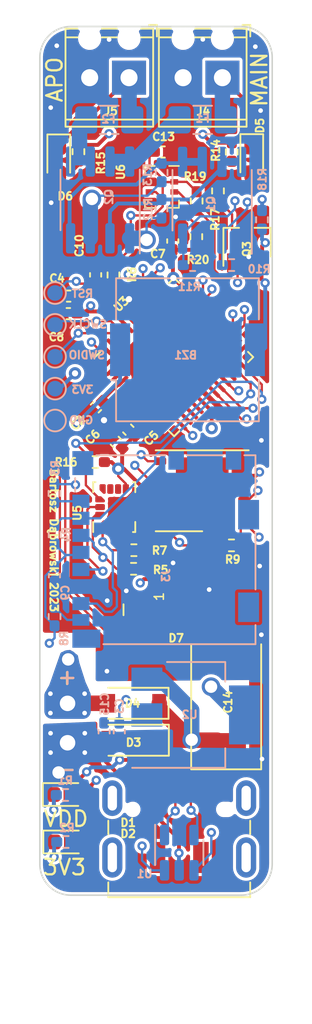
<source format=kicad_pcb>
(kicad_pcb (version 20211014) (generator pcbnew)
  (layers (0 "F.Cu" mixed) (1 "In1.Cu" signal) (2 "In2.Cu" power) (31 "B.Cu" mixed) (34 "B.Paste" user) (35 "F.Paste" user) (36 "B.SilkS" user "B.Silkscreen") (37 "F.SilkS" user "F.Silkscreen") (38 "B.Mask" user) (39 "F.Mask" user) (44 "Edge.Cuts" user))
  (net 0 "")
  (net 1 "GNDANA")
  (net 2 "VDDCORE")
  (net 3 "VDDANA")
  (net 4 "Net-(D1-Pad1)")
  (net 5 "Net-(D2-Pad1)")
  (net 6 "VBUS")
  (net 7 "+BATT")
  (net 8 "Net-(D5-Pad2)")
  (net 9 "AREF")
  (net 11 "Net-(P1-PadA6)")
  (net 12 "Net-(P1-PadA7)")
  (net 14 "P1_EN")
  (net 15 "Net-(U1-Pad4)")
  (net 16 "Net-(U1-Pad6)")
  (net 17 "DI")
  (net 18 "Net-(D5-Pad1)")
  (net 19 "Net-(D6-Pad1)")
  (net 20 "SDA")
  (net 21 "SCL")
  (net 22 "Net-(F1-Pad1)")
  (net 23 "Net-(F2-Pad1)")
  (net 24 "VMeas")
  (net 27 "A0")
  (net 30 "Net-(J3-Pad8)")
  (net 31 "MOSI")
  (net 32 "MISO")
  (net 37 "A3")
  (net 38 "A4")
  (net 39 "D3")
  (net 40 "RESET")
  (net 42 "SWCLK")
  (net 43 "SWDIO")
  (net 46 "Net-(D6-Pad2)")
  (net 49 "P2_EN")
  (net 51 "SCK")
  (net 52 "SPI_CS_SD")
  (net 53 "Net-(J3-Pad1)")
  (net 54 "FLASH_MOSI")
  (net 55 "SPI_CS_FLASH")
  (net 60 "SPI_CS_LSM")
  (net 61 "FLASH_SCK")
  (net 62 "Net-(BZ1-Pad2)")
  (net 63 "Buzzer")
  (net 64 "FLASH_MISO")
  (net 65 "CI")
  (net 66 "Net-(Q1-Pad5)")
  (net 67 "Net-(Q1-Pad7)")
  (net 70 "VDD")
  (footprint "LED_SMD:LED_0603_1608Metric_Pad1.05x0.95mm_HandSolder" (layer "F.Cu") (at 81.22 46.62 -90)
    (fp_text reference "D6")
    (fp_text value "LED")
  )
  (footprint "Capacitor_SMD:C_0402_1005Metric_Pad0.74x0.62mm_HandSolder" (layer "F.Cu") (at 81.86 55.38 180)
    (fp_text reference "C4")
    (fp_text value "1uF")
  )
  (footprint "TerminalBlock_Phoenix:TerminalBlock_Phoenix_MPT-0,5-2-2.54_1x02_P2.54mm_Horizontal" (layer "F.Cu") (at 85.755 41.3 180)
    (fp_text reference "J5")
    (fp_text value "Pyro 2")
  )
  (footprint "Resistor_SMD:R_0402_1005Metric_Pad0.72x0.64mm_HandSolder" (layer "F.Cu") (at 90.1 51.55 90)
    (fp_text reference "R20")
    (fp_text value "10k")
  )
  (footprint "Resistor_SMD:R_0402_1005Metric_Pad0.72x0.64mm_HandSolder" (layer "F.Cu") (at 83.57 66.08 180)
    (fp_text reference "R16")
    (fp_text value "100k")
  )
  (footprint "Capacitor_SMD:C_0402_1005Metric_Pad0.74x0.62mm_HandSolder" (layer "F.Cu") (at 83.6 54.01 90)
    (fp_text reference "C10")
    (fp_text value "100nF")
  )
  (footprint "Package_LGA:Bosch_LGA-8_2x2.5mm_P0.65mm_ClockwisePinNumbering" (layer "F.Cu") (at 87.88 48.34 -90)
    (fp_text reference "U6")
    (fp_text value "BMP280")
  )
  (footprint "Diode_SMD:D_SOD-123" (layer "F.Cu") (at 86.077857 84.01 180)
    (fp_text reference "D3")
    (fp_text value "D_Schottky")
  )
  (footprint "Resistor_SMD:R_0402_1005Metric_Pad0.72x0.64mm_HandSolder" (layer "F.Cu") (at 90.12 49.25 -90)
    (fp_text reference "R19")
    (fp_text value "10k")
  )
  (footprint "Connector_USB:USB_C_Receptacle_JAE_DX07S016JA1R1500" (layer "F.Cu") (at 88.997857 90.42)
    (fp_text reference "P1" hide)
    (fp_text value "USB_C_Plug_USB2.0")
  )
  (footprint "Resistor_SMD:R_0402_1005Metric_Pad0.72x0.64mm_HandSolder" (layer "F.Cu") (at 92.39 46.09 -90)
    (fp_text reference "R14")
    (fp_text value "100k")
  )
  (footprint "Package_TO_SOT_SMD:TSOT-23" (layer "F.Cu") (at 93.36 51.93 90)
    (fp_text reference "Q3")
    (fp_text value "NDT3055L")
  )
  (footprint "LED_SMD:LED-APA102-2020" (layer "F.Cu") (at 86.8 76.45 -90)
    (fp_text reference "D7")
    (fp_text value "APA102-2020")
  )
  (footprint "Capacitor_Tantalum_SMD:CP_EIA-7343-31_Kemet-D" (layer "F.Cu") (at 92.027857 81.4775 90)
    (fp_text reference "C14")
    (fp_text value "220uF 16V")
  )
  (footprint "Connector_PinHeader_2.54mm:PinHeader_1x02_P2.54mm_Vertical" (layer "F.Cu") (at 81.787857 84.175 180)
    (fp_text reference "J1" hide)
    (fp_text value "Power in")
  )
  (footprint "LED_SMD:LED_0603_1608Metric" (layer "F.Cu") (at 81.707857 90.57)
    (fp_text reference "D2")
    (fp_text value "G")
  )
  (footprint "Resistor_SMD:R_0402_1005Metric_Pad0.72x0.64mm_HandSolder" (layer "F.Cu") (at 82.49 46.07 -90)
    (fp_text reference "R15")
    (fp_text value "100k")
  )
  (footprint "LED_SMD:LED_0603_1608Metric_Pad1.05x0.95mm_HandSolder" (layer "F.Cu") (at 93.68 46.6 -90)
    (fp_text reference "D5")
    (fp_text value "LED")
  )
  (footprint "Package_DFN_QFN:QFN-48-1EP_7x7mm_P0.5mm_EP5.15x5.15mm" (layer "F.Cu") (at 88.667832 59.31 45)
    (fp_text reference "U3")
    (fp_text value "ATSAMD21G18A-M")
  )
  (footprint "Diode_SMD:D_SOD-123" (layer "F.Cu") (at 86.057857 81.63 180)
    (fp_text reference "D4")
    (fp_text value "D_Schottky")
  )
  (footprint "TerminalBlock_Phoenix:TerminalBlock_Phoenix_MPT-0,5-2-2.54_1x02_P2.54mm_Horizontal" (layer "F.Cu") (at 91.785 41.3 180)
    (fp_text reference "J4")
    (fp_text value "Pyro 2")
  )
  (footprint "Capacitor_SMD:C_0402_1005Metric_Pad0.74x0.62mm_HandSolder" (layer "F.Cu") (at 87.95 46.09)
    (fp_text reference "C13")
    (fp_text value "100nF")
  )
  (footprint "Capacitor_SMD:C_0402_1005Metric_Pad0.74x0.62mm_HandSolder" (layer "F.Cu") (at 81.84 56.51 180)
    (fp_text reference "C8")
    (fp_text value "100nF")
  )
  (footprint "Capacitor_SMD:C_0402_1005Metric_Pad0.74x0.62mm_HandSolder" (layer "F.Cu") (at 88.58 51.83 90)
    (fp_text reference "C7")
    (fp_text value "100nF")
  )
  (footprint "Capacitor_SMD:C_0402_1005Metric_Pad0.74x0.62mm_HandSolder" (layer "F.Cu") (at 83.62 62.55 -135)
    (fp_text reference "C2")
    (fp_text value "1uF")
  )
  (footprint "Package_LGA:LGA-14_3x2.5mm_P0.5mm_LayoutBorder3x4y" (layer "F.Cu") (at 84.8 68.98 90)
    (fp_text reference "U5")
    (fp_text value "LSM6DS3")
  )
  (footprint "Resistor_SMD:R_0402_1005Metric_Pad0.72x0.64mm_HandSolder" (layer "F.Cu") (at 91.5 48.6 -90)
    (fp_text reference "R17")
    (fp_text value "10k")
  )
  (footprint "Resistor_SMD:R_0402_1005Metric_Pad0.72x0.64mm_HandSolder" (layer "F.Cu") (at 86.07 71.76)
    (fp_text reference "R7")
    (fp_text value "100k")
  )
  (footprint "Package_SON:WSON-8-1EP_6x5mm_P1.27mm_EP3.4x4.3mm" (layer "F.Cu") (at 90.48 67.93 180)
    (fp_text reference "U4" hide)
    (fp_text value "W25Q128JVS")
  )
  (footprint "Resistor_SMD:R_0402_1005Metric_Pad0.72x0.64mm_HandSolder" (layer "F.Cu") (at 92.37 71.45)
    (fp_text reference "R9")
    (fp_text value "100k")
  )
  (footprint "LED_SMD:LED_0603_1608Metric" (layer "F.Cu") (at 81.677857 87.51)
    (fp_text reference "D1")
    (fp_text value "G")
  )
  (footprint "Resistor_SMD:R_0402_1005Metric_Pad0.72x0.64mm_HandSolder" (layer "F.Cu") (at 86.05 72.96)
    (fp_text reference "R5")
    (fp_text value "100k")
  )
  (footprint "Capacitor_SMD:C_0402_1005Metric_Pad0.74x0.62mm_HandSolder" (layer "F.Cu") (at 84.91 64.78 135)
    (fp_text reference "C6")
    (fp_text value "100nF")
  )
  (footprint "Resistor_SMD:R_0402_1005Metric_Pad0.72x0.64mm_HandSolder" (layer "F.Cu") (at 84.75 54.02 -90)
    (fp_text reference "R6")
    (fp_text value "10k")
  )
  (footprint "Capacitor_SMD:C_0402_1005Metric_Pad0.74x0.62mm_HandSolder" (layer "F.Cu") (at 85.71 63.99 135)
    (fp_text reference "C5")
    (fp_text value "10uF")
  )
  (footprint "Package_TO_SOT_SMD:SOT-23-6" (layer "B.Cu") (at 88.997857 91.26 -90)
    (fp_text reference "U1")
    (fp_text value "USBLC6-2SC6")
  )
  (footprint "Package_TO_SOT_SMD:SOT-223-3_TabPin2" (layer "B.Cu") (at 90.06 82.38)
    (fp_text reference "U2")
    (fp_text value "3.3v REG")
  )
  (footprint "Package_SO:SOIC-8_3.9x4.9mm_P1.27mm" (layer "B.Cu") (at 91.12 49.2 90)
    (fp_text reference "Q1")
    (fp_text value "FDS9926A")
  )
  (footprint "Fuse:Fuse_1206_3216Metric_Pad1.42x1.75mm_HandSolder" (layer "B.Cu") (at 90.51 44.02)
    (fp_text reference "F1")
    (fp_text value "Polyfuse")
  )
  (footprint "Resistor_SMD:R_0402_1005Metric_Pad0.72x0.64mm_HandSolder" (layer "B.Cu") (at 94.34 50.46 90)
    (fp_text reference "R18")
    (fp_text value "1k")
  )
  (footprint "Resistor_SMD:R_0402_1005Metric_Pad0.72x0.64mm_HandSolder" (layer "B.Cu") (at 89.86 53.38 180)
    (fp_text reference "R11")
    (fp_text value "10k")
  )
  (footprint "TestPoint:TestPoint_Pad_D1.0mm" (layer "B.Cu") (at 80.98 63.4 180)
    (fp_text reference "TP1" hide)
    (fp_text value "TestPoint")
  )
  (footprint "Resistor_SMD:R_0402_1005Metric_Pad0.72x0.64mm_HandSolder" (layer "B.Cu") (at 92.38 53.38 180)
    (fp_text reference "R10")
    (fp_text value "10k")
  )
  (footprint "Resistor_SMD:R_0402_1005Metric_Pad0.72x0.64mm_HandSolder" (layer "B.Cu") (at 80.95 70.76 -90)
    (fp_text reference "R4")
    (fp_text value "100k")
  )
  (footprint "Buzzer_Beeper:Buzzer_Murata_PKMCS0909E" (layer "B.Cu") (at 89.53 58.84)
    (fp_text reference "BZ1")
    (fp_text value "Buzzer")
  )
  (footprint "TestPoint:TestPoint_Pad_D1.0mm" (layer "B.Cu") (at 80.98 61.345 180)
    (fp_text reference "TP2" hide)
    (fp_text value "TestPoint")
  )
  (footprint "Capacitor_SMD:C_0402_1005Metric_Pad0.74x0.62mm_HandSolder" (layer "B.Cu") (at 84.147857 83.46 -90)
    (fp_text reference "C15")
    (fp_text value "1uF")
  )
  (footprint "Resistor_SMD:R_0402_1005Metric_Pad0.72x0.64mm_HandSolder" (layer "B.Cu") (at 87.85 49.75 -90)
    (fp_text reference "R12")
    (fp_text value "10k")
  )
  (footprint "Capacitor_SMD:C_0402_1005Metric_Pad0.74x0.62mm_HandSolder" (layer "B.Cu") (at 80.94 73.4 -90)
    (fp_text reference "C9")
    (fp_text value "10uF")
  )
  (footprint "Resistor_SMD:R_0402_1005Metric_Pad0.72x0.64mm_HandSolder" (layer "B.Cu") (at 80.95 76.04 -90)
    (fp_text reference "R8")
    (fp_text value "100k")
  )
  (footprint "TestPoint:TestPoint_Pad_D1.0mm" (layer "B.Cu") (at 80.98 57.235 180)
    (fp_text reference "TP4" hide)
    (fp_text value "TestPoint")
  )
  (footprint "TestPoint:TestPoint_Pad_D1.0mm" (layer "B.Cu") (at 80.98 59.29 180)
    (fp_text reference "TP3" hide)
    (fp_text value "TestPoint")
  )
  (footprint "Resistor_SMD:R_0402_1005Metric_Pad0.72x0.64mm_HandSolder" (layer "B.Cu") (at 81.687857 90.57)
    (fp_text reference "R2")
    (fp_text value "10k")
  )
  (footprint "Fuse:Fuse_1206_3216Metric_Pad1.42x1.75mm_HandSolder" (layer "B.Cu") (at 84.48 44.02)
    (fp_text reference "F2")
    (fp_text value "Polyfuse")
  )
  (footprint "Capacitor_SMD:C_0402_1005Metric_Pad0.74x0.62mm_HandSolder" (layer "B.Cu") (at 85.127857 83.46 -90)
    (fp_text reference "C3")
    (fp_text value "10uF")
  )
  (footprint "Resistor_SMD:R_0402_1005Metric_Pad0.72x0.64mm_HandSolder" (layer "B.Cu") (at 80.94 68.1 90)
    (fp_text reference "R3")
    (fp_text value "100k")
  )
  (footprint "Connector_Card:microSD_HC_Molex_104031-0811" (layer "B.Cu") (at 88.1 71.71 -90)
    (fp_text reference "J3")
    (fp_text value "Micro_SD_Card")
  )
  (footprint "Resistor_SMD:R_0402_1005Metric_Pad0.72x0.64mm_HandSolder" (layer "B.Cu") (at 87.86 47.41 -90)
    (fp_text reference "R13")
    (fp_text value "10k")
  )
  (footprint "TestPoint:TestPoint_Pad_D1.0mm" (layer "B.Cu") (at 80.98 55.18 180)
    (fp_text reference "TP5" hide)
    (fp_text value "TestPoint")
  )
  (footprint "Resistor_SMD:R_0402_1005Metric_Pad0.72x0.64mm_HandSolder" (layer "B.Cu") (at 81.657857 87.54)
    (fp_text reference "R1")
    (fp_text value "22k")
  )
  (footprint "Package_SO:SOIC-8_3.9x4.9mm_P1.27mm" (layer "B.Cu") (at 83.89 49.18 90)
    (fp_text reference "Q2")
    (fp_text value "FDS4953")
  )
  (gr_line (start 93 94) (end 82 94) (layer "Edge.Cuts") (width 0.1))
  (gr_arc (start 82 94) (mid 80.585786 93.414214) (end 80 92) (layer "Edge.Cuts") (width 0.1))
  (gr_line (start 80 40) (end 80 92) (layer "Edge.Cuts") (width 0.1))
  (gr_arc (start 80 40) (mid 80.585786 38.585786) (end 82 38) (layer "Edge.Cuts") (width 0.1))
  (gr_line (start 95 40) (end 95 92) (layer "Edge.Cuts") (width 0.1))
  (gr_line locked (start 82 38) (end 93 38) (layer "Edge.Cuts") (width 0.1))
  (gr_arc (start 93 38) (mid 94.414214 38.585786) (end 95 40) (layer "Edge.Cuts") (width 0.1))
  (gr_arc (start 95 92) (mid 94.414214 93.414214) (end 93 94) (layer "Edge.Cuts") (width 0.1))
  (gr_text "-" (at 81.73 85.86) (layer "B.SilkS") (effects (font (size 1 1)) (justify mirror)))
  (gr_text "SWCLK" (at 83.09 57.2) (layer "B.SilkS") (effects (font (size 0.5 0.5) (thickness 0.125)) (justify mirror)))
  (gr_text "RST" (at 82.75 55.22) (layer "B.SilkS") (effects (font (size 0.5 0.5) (thickness 0.125)) (justify mirror)))
  (gr_text "SWDIO" (at 83.03 59.18) (layer "B.SilkS") (effects (font (size 0.5 0.5) (thickness 0.125)) (justify mirror)))
  (gr_text "3V3" (at 82.75 61.41) (layer "B.SilkS") (effects (font (size 0.5 0.5) (thickness 0.125)) (justify mirror)))
  (gr_text "+" (at 81.78 79.92) (layer "B.SilkS") (effects (font (size 1 1)) (justify mirror)))
  (gr_text "GND" (at 82.67 63.38) (layer "B.SilkS") (effects (font (size 0.5 0.5) (thickness 0.125)) (justify mirror)))
  (gr_text "+" (at 81.76 79.93) (layer "F.SilkS") (effects (font (size 1 1))))
  (gr_text "MAIN" (at 94.17 41.42 90) (layer "F.SilkS") (effects (font (size 1 1))))
  (gr_text "3V3" (at 81.59 92.2) (layer "F.SilkS") (effects (font (size 1 1))))
  (gr_text "APO" (at 80.95 41.42 90) (layer "F.SilkS") (effects (font (size 1 1))))
  (gr_text "VDD" (at 81.69 89.08) (layer "F.SilkS") (effects (font (size 1 1))))
  (gr_text "Bartosz Dąbrowski 2023" (at 80.9 71.13 270) (layer "F.SilkS") (effects (font (size 0.5 0.5) (thickness 0.125))))
  (gr_text "-" (at 81.73 85.85) (layer "F.SilkS") (effects (font (size 1 1))))
  (segment (start 85.753056 56.053056) (end 85.753056 55.576944) (width 0.25) (layer "F.Cu") (net 1))
  (segment (start 85.89 56.19) (end 85.753056 56.053056) (width 0.25) (layer "F.Cu") (net 1))
  (segment (start 88.58 51.2625) (end 88.58 50.457983) (width 0.15) (layer "F.Cu") (net 1))
  (segment (start 88.58 50.457983) (end 88.763006 50.274977) (width 0.15) (layer "F.Cu") (net 1))
  (segment (start 86.413929 56.702544) (end 86.402544 56.702544) (width 0.25) (layer "F.Cu") (net 1))
  (segment (start 86.402544 56.702544) (end 85.89 56.19) (width 0.25) (layer "F.Cu") (net 1))
  (via (at 88.6 72.58) (size 0.6) (drill 0.3) (layers "F.Cu" "B.Cu") (net 1))
  (via (at 93.91 39.3) (size 0.6) (drill 0.3) (layers "F.Cu" "B.Cu") (net 1))
  (via (at 81.09 39.24) (size 0.6) (drill 0.3) (layers "F.Cu" "B.Cu") (net 1))
  (via (at 84.33 79.56) (size 0.6) (drill 0.3) (layers "F.Cu" "B.Cu") (net 1))
  (via (at 93.485498 52.85) (size 0.6) (drill 0.3) (layers "F.Cu" "B.Cu") (net 1))
  (via (at 85.58 74.38) (size 0.6) (drill 0.3) (layers "F.Cu" "B.Cu") (net 1))
  (via (at 85.753056 55.576944) (size 0.8) (drill 0.4) (layers "F.Cu" "B.Cu") (net 1))
  (via (at 84.47 38.84) (size 0.6) (drill 0.3) (layers "F.Cu" "B.Cu") (net 1))
  (via (at 84.346351 75.01402) (size 0.6) (drill 0.3) (layers "F.Cu" "B.Cu") (net 1))
  (via (at 80.73 49.36) (size 0.6) (drill 0.3) (layers "F.Cu" "B.Cu") (net 1))
  (via (at 94.25 43.42) (size 0.6) (drill 0.3) (layers "F.Cu" "B.Cu") (net 1))
  (via (at 80.69 84.81) (size 0.6) (drill 0.3) (layers "F.Cu" "B.Cu") (net 1))
  (via (at 81.21 86.09) (size 1.2) (drill 0.8) (layers "F.Cu" "B.Cu") (net 1))
  (via (at 94.3 64.68) (size 0.6) (drill 0.3) (layers "F.Cu" "B.Cu") (net 1))
  (via (at 80.69 83.56) (size 0.6) (drill 0.3) (layers "F.Cu" "B.Cu") (net 1))
  (via (at 80.7 43.23) (size 0.6) (drill 0.3) (layers "F.Cu" "B.Cu") (net 1))
  (via (at 90.93 74.3) (size 0.6) (drill 0.3) (layers "F.Cu" "B.Cu") (net 1))
  (via (at 94.19 72.783334) (size 0.6) (drill 0.3) (layers "F.Cu" "B.Cu") (net 1))
  (via (at 84.14 63.38) (size 0.8) (drill 0.4) (layers "F.Cu" "B.Cu") (net 1))
  (via (at 88.763006 50.274977) (size 0.6) (drill 0.3) (layers "F.Cu" "B.Cu") (net 1))
  (via (at 90.52 38.83) (size 0.6) (drill 0.3) (layers "F.Cu" "B.Cu") (net 1))
  (via (at 94.34 85.22) (size 0.6) (drill 0.3) (layers "F.Cu" "B.Cu") (net 1))
  (via (at 82.9 83.56) (size 0.6) (drill 0.3) (layers "F.Cu" "B.Cu") (net 1))
  (via (at 94.3 77.21) (size 0.6) (drill 0.3) (layers "F.Cu" "B.Cu") (net 1))
  (via (at 82.9 84.81) (size 0.6) (drill 0.3) (layers "F.Cu" "B.Cu") (net 1))
  (segment (start 86.056097 57.056097) (end 84.38 55.38) (width 0.25) (layer "F.Cu") (net 2))
  (segment (start 84.38 55.38) (end 82.4275 55.38) (width 0.25) (layer "F.Cu") (net 2))
  (segment (start 86.060376 57.056097) (end 86.056097 57.056097) (width 0.25) (layer "F.Cu") (net 2))
  (segment (start 87.7 74.0125) (end 87.7 75.6) (width 0.25) (layer "F.Cu") (net 3))
  (segment (start 87.78 70.02) (end 87.78 69.835) (width 0.15) (layer "F.Cu") (net 3))
  (segment (start 87.30875 73.62125) (end 87.7 74.0125) (width 0.25) (layer "F.Cu") (net 3))
  (segment (start 89.4825 48.015) (end 88.68 48.015) (width 0.15) (layer "F.Cu") (net 3))
  (segment (start 87.30875 73.62125) (end 86.6475 72.96) (width 0.25) (layer "F.Cu") (net 3))
  (segment (start 86.6675 71.76) (end 86.6675 72.94) (width 0.15) (layer "F.Cu") (net 3))
  (segment (start 87.08 48.665) (end 87.48 48.665) (width 0.15) (layer "F.Cu") (net 3))
  (segment (start 86.48 64.012566) (end 85.311283 65.181283) (width 0.25) (layer "F.Cu") (net 3))
  (segment (start 89.02 71.26) (end 87.78 70.02) (width 0.15) (layer "F.Cu") (net 3))
  (segment (start 91.7725 71.45) (end 89.21 71.45) (width 0.15) (layer "F.Cu") (net 3))
  (segment (start 82.4175 56.6125) (end 82.4175 56.37) (width 0.15) (layer "F.Cu") (net 3))
  (segment (start 87.08 46.3925) (end 87.3825 46.09) (width 0.15) (layer "F.Cu") (net 3))
  (segment (start 85.7125 69.48) (end 86.865 69.48) (width 0.15) (layer "F.Cu") (net 3))
  (segment (start 87.93 49.115) (end 87.93 49.61) (width 0.15) (layer "F.Cu") (net 3))
  (segment (start 85.311283 66.258717) (end 85.311283 65.181283) (width 0.25) (layer "F.Cu") (net 3))
  (segment (start 85.87 50.1805) (end 85.87 52.3025) (width 0.15) (layer "F.Cu") (net 3))
  (segment (start 90.12 48.6525) (end 89.4825 48.015) (width 0.15) (layer "F.Cu") (net 3))
  (segment (start 85.06 66.51) (end 85.311283 66.258717) (width 0.25) (layer "F.Cu") (net 3))
  (segment (start 87.48 48.665) (end 87.93 49.115) (width 0.15) (layer "F.Cu") (net 3))
  (segment (start 87.93 49.61) (end 87.3595 50.1805) (width 0.15) (layer "F.Cu") (net 3))
  (segment (start 87.78 69.835) (end 87.78 68.565) (width 0.25) (layer "F.Cu") (net 3))
  (segment (start 86.865 69.48) (end 87.78 68.565) (width 0.15) (layer "F.Cu") (net 3))
  (segment (start 82.4175 56.37) (end 84.667171 56.37) (width 0.25) (layer "F.Cu") (net 3))
  (segment (start 86.72875 73.62125) (end 86.48 73.87) (width 0.25) (layer "F.Cu") (net 3))
  (segment (start 82.4175 56.37) (end 82.9145 56.37) (width 0.15) (layer "F.Cu") (net 3))
  (segment (start 84.667171 56.37) (end 85.706822 57.409651) (width 0.25) (layer "F.Cu") (net 3))
  (segment (start 89.153968 54.751169) (end 88.616277 54.213478) (width 0.25) (layer "F.Cu") (net 3))
  (segment (start 86.060376 61.569624) (end 85.67 61.96) (width 0.25) (layer "F.Cu") (net 3))
  (segment (start 91.09 62.79) (end 90.57101 62.27101) (width 0.25) (layer "F.Cu") (net 3))
  (segment (start 86.060376 61.563903) (end 86.060376 61.569624) (width 0.25) (layer "F.Cu") (net 3))
  (segment (start 87.475 68.565) (end 87.78 68.565) (width 0.25) (layer "F.Cu") (net 3))
  (segment (start 86.48 63.48) (end 86.48 64.012566) (width 0.25) (layer "F.Cu") (net 3))
  (segment (start 85.67 61.96) (end 85.67 62.67) (width 0.25) (layer "F.Cu") (net 3))
  (segment (start 86.6675 72.94) (end 86.6475 72.96) (width 0.15) (layer "F.Cu") (net 3))
  (segment (start 83.64 86.59) (end 83.33 86.9) (width 0.25) (layer "F.Cu") (net 3))
  (segment (start 85.55 67.475349) (end 85.55 67.8175) (width 0.15) (layer "F.Cu") (net 3))
  (segment (start 83.33 89.735357) (end 82.495357 90.57) (width 0.25) (layer "F.Cu") (net 3))
  (segment (start 85.06 66.51) (end 84.63 66.08) (width 0.25) (layer "F.Cu") (net 3))
  (segment (start 88.665 48.03) (end 88.68 48.015) (width 0.15) (layer "F.Cu") (net 3))
  (segment (start 87.93 49.61) (end 87.93 47.815) (width 0.15) (layer "F.Cu") (net 3))
  (segment (start 88.59 52.4075) (end 88.59 54.187201) (width 0.25) (layer "F.Cu") (net 3))
  (segment (start 89.85 52.3975) (end 88.58 52.3975) (width 0.25) (layer "F.Cu") (net 3))
  (segment (start 85.87 52.3025) (end 84.75 53.4225) (width 0.15) (layer "F.Cu") (net 3))
  (segment (start 90.1 52.1475) (end 89.85 52.3975) (width 0.25) (layer "F.Cu") (net 3))
  (segment (start 87.30875 73.62125) (end 86.72875 73.62125) (width 0.25) (layer "F.Cu") (net 3))
  (segment (start 87.08 47.365) (end 87.08 46.3925) (width 0.15) (layer "F.Cu") (net 3))
  (segment (start 85.67 62.67) (end 86.48 63.48) (width 0.25) (layer "F.Cu") (net 3))
  (segment (start 89.153968 54.934777) (end 89.153968 54.751169) (width 0.25) (layer "F.Cu") (net 3))
  (segment (start 88.59 54.187201) (end 88.616277 54.213478) (width 0.25) (layer "F.Cu") (net 3))
  (segment (start 87.93 48.03) (end 88.665 48.03) (width 0.15) (layer "F.Cu") (net 3))
  (segment (start 90.57101 62.27101) (end 90.568181 62.27101) (width 0.25) (layer "F.Cu") (net 3))
  (segment (start 93.18 67.295) (end 93.515 66.96) (width 0.25) (layer "F.Cu") (net 3))
  (segment (start 85.42 66.51) (end 87.475 68.565) (width 0.25) (layer "F.Cu") (net 3))
  (segment (start 85.06 66.985349) (end 85.55 67.475349) (width 0.15) (layer "F.Cu") (net 3))
  (segment (start 87.93 47.815) (end 87.48 47.365) (width 0.15) (layer "F.Cu") (net 3))
  (segment (start 87.7 75.6) (end 87.7 76.38) (width 0.25) (layer "F.Cu") (net 3))
  (segment (start 84.63 66.08) (end 84.1675 66.08) (width 0.25) (layer "F.Cu") (net 3))
  (segment (start 93.515 66.96) (end 93.94 66.96) (width 0.25) (layer "F.Cu") (net 3))
  (segment (start 87.48 47.365) (end 87.08 47.365) (width 0.15) (layer "F.Cu") (net 3))
  (segment (start 87.7 76.38) (end 87.63 76.45) (width 0.25) (layer "F.Cu") (net 3))
  (segment (start 87.3595 50.1805) (end 85.87 50.1805) (width 0.15) (layer "F.Cu") (net 3))
  (segment (start 93.94 66.96) (end 94.18 66.72) (width 0.25) (layer "F.Cu") (net 3))
  (segment (start 85.06 66.51) (end 85.06 66.985349) (width 0.15) (layer "F.Cu") (net 3))
  (segment (start 82.9145 56.37) (end 83.28 56.0045) (width 0.15) (layer "F.Cu") (net 3))
  (segment (start 85.06 66.51) (end 85.42 66.51) (width 0.25) (layer "F.Cu") (net 3))
  (segment (start 91.09 63.89) (end 91.09 62.79) (width 0.25) (layer "F.Cu") (net 3))
  (segment (start 83.33 86.9) (end 83.33 89.735357) (width 0.25) (layer "F.Cu") (net 3))
  (segment (start 89.21 71.45) (end 89.02 71.26) (width 0.15) (layer "F.Cu") (net 3))
  (via (at 91.05 80.56) (size 1.2) (drill 0.8) (layers "F.Cu" "B.Cu") (net 3))
  (via (at 82.2695 60.36) (size 0.8) (drill 0.4) (layers "F.Cu" "B.Cu") (net 3))
  (via (at 82.3 67.54) (size 0.6) (drill 0.3) (layers "F.Cu" "B.Cu") (net 3))
  (via (at 83.28 56.0045) (size 0.6) (drill 0.3) (layers "F.Cu" "B.Cu") (net 3))
  (via (at 88.616277 54.213478) (size 0.8) (drill 0.4) (layers "F.Cu" "B.Cu") (net 3))
  (via (at 89.02 71.26) (size 0.6) (drill 0.3) (layers "F.Cu" "B.Cu") (net 3))
  (via (at 86.48 73.87) (size 0.6) (drill 0.3) (layers "F.Cu" "B.Cu") (net 3))
  (via (at 80.61 77.76) (size 0.6) (drill 0.3) (layers "F.Cu" "B.Cu") (net 3))
  (via (at 85.06 66.51) (size 0.8) (drill 0.4) (layers "F.Cu" "B.Cu") (net 3))
  (via (at 83.64 86.59) (size 0.6) (drill 0.3) (layers "F.Cu" "B.Cu") (net 3))
  (via (at 85.87 50.1805) (size 0.6) (drill 0.3) (layers "F.Cu" "B.Cu") (net 3))
  (via (at 91.09 63.89) (size 0.8) (drill 0.4) (layers "F.Cu" "B.Cu") (net 3))
  (via (at 85.56 81.39) (size 0.6) (drill 0.3) (layers "F.Cu" "B.Cu") (net 3))
  (via (at 94.18 66.72) (size 0.6) (drill 0.3) (layers "F.Cu" "B.Cu") (net 3))
  (segment (start 81.6625 72.07) (end 81.7025 72.07) (width 0.15) (layer "B.Cu") (net 3))
  (segment (start 81.7025 72.07) (end 82.485 72.07) (width 0.15) (layer "B.Cu") (net 3))
  (segment (start 82.2625 67.5025) (end 80.94 67.5025) (width 0.15) (layer "B.Cu") (net 3))
  (segment (start 80.35548 73.41702) (end 80.35548 76.04298) (width 0.15) (layer "B.Cu") (net 3))
  (segment (start 85.127857 82.8925) (end 85.127857 81.822143) (width 0.15) (layer "B.Cu") (net 3))
  (segment (start 82.3 67.54) (end 82.2625 67.5025) (width 0.15) (layer "B.Cu") (net 3))
  (segment (start 85.127857 81.822143) (end 85.56 81.39) (width 0.15) (layer "B.Cu") (net 3))
  (segment (start 82.2695 60.36) (end 81.2845 61.345) (width 0.25) (layer "B.Cu") (net 3))
  (segment (start 80.94 72.8325) (end 80.35548 73.41702) (width 0.15) (layer "B.Cu") (net 3))
  (segment (start 80.95 71.3575) (end 81.6625 72.07) (width 0.15) (layer "B.Cu") (net 3))
  (segment (start 93.21 82.38) (end 92.87 82.38) (width 1) (layer "B.Cu") (net 3))
  (segment (start 80.94 72.8325) (end 81.7025 72.07) (width 0.15) (layer "B.Cu") (net 3))
  (segment (start 84.147857 82.8925) (end 85.127857 82.8925) (width 0.15) (layer "B.Cu") (net 3))
  (segment (start 80.61 77.76) (end 80.95 77.42) (width 0.15) (layer "B.Cu") (net 3))
  (segment (start 85.127857 82.8925) (end 86.3975 82.8925) (width 0.25) (layer "B.Cu") (net 3))
  (segment (start 82.485 72.07) (end 82.65 71.905) (width 0.15) (layer "B.Cu") (net 3))
  (segment (start 92.87 82.38) (end 91.05 80.56) (width 1) (layer "B.Cu") (net 3))
  (segment (start 80.95 77.42) (end 80.95 76.6375) (width 0.15) (layer "B.Cu") (net 3))
  (segment (start 80.35548 76.04298) (end 80.95 76.6375) (width 0.15) (layer "B.Cu") (net 3))
  (segment (start 81.2845 61.345) (end 80.98 61.345) (width 0.25) (layer "B.Cu") (net 3))
  (segment (start 86.3975 82.8925) (end 86.91 82.38) (width 0.25) (layer "B.Cu") (net 3))
  (segment (start 80.91 87.529643) (end 80.890357 87.51) (width 0.25) (layer "F.Cu") (net 4))
  (segment (start 80.91 88.48) (end 80.91 87.529643) (width 0.25) (layer "F.Cu") (net 4))
  (segment (start 80.9 88.49) (end 80.91 88.48) (width 0.25) (layer "F.Cu") (net 4))
  (via (at 80.9 88.49) (size 0.6) (drill 0.3) (layers "F.Cu" "B.Cu") (net 4))
  (segment (start 80.9 87.700357) (end 81.060357 87.54) (width 0.25) (layer "B.Cu") (net 4))
  (segment (start 80.9 88.49) (end 80.9 87.700357) (width 0.25) (layer "B.Cu") (net 4))
  (segment (start 80.920357 91.529643) (end 80.920357 90.57) (width 0.25) (layer "F.Cu") (net 5))
  (segment (start 80.92 91.53) (end 80.920357 91.529643) (width 0.25) (layer "F.Cu") (net 5))
  (via (at 80.92 91.53) (size 0.6) (drill 0.3) (layers "F.Cu" "B.Cu") (net 5))
  (segment (start 80.92 91.53) (end 80.92 90.740357) (width 0.25) (layer "B.Cu") (net 5))
  (segment (start 80.92 90.740357) (end 81.090357 90.57) (width 0.25) (layer "B.Cu") (net 5))
  (segment (start 85.09 86.23) (end 86.647857 86.23) (width 0.25) (layer "F.Cu") (net 6))
  (segment (start 88.98 91.2845) (end 88.98 90.386165) (width 0.25) (layer "F.Cu") (net 6))
  (segment (start 84.27 85.41) (end 85.09 86.23) (width 0.25) (layer "F.Cu") (net 6))
  (segment (start 88.98 90.386165) (end 86.647857 88.054022) (width 0.25) (layer "F.Cu") (net 6))
  (segment (start 84.27 84.167857) (end 84.27 85.41) (width 0.25) (layer "F.Cu") (net 6))
  (segment (start 86.647857 86.23) (end 86.647857 87.37) (width 0.25) (layer "F.Cu") (net 6))
  (segment (start 84.427857 84.01) (end 84.27 84.167857) (width 0.25) (layer "F.Cu") (net 6))
  (segment (start 86.647857 88.054022) (end 86.647857 87.37) (width 0.25) (layer "F.Cu") (net 6))
  (segment (start 91.347857 86.62) (end 90.957857 86.23) (width 0.25) (layer "F.Cu") (net 6))
  (segment (start 91.347857 87.37) (end 91.347857 86.62) (width 0.25) (layer "F.Cu") (net 6))
  (segment (start 90.957857 86.23) (end 86.647857 86.23) (width 0.25) (layer "F.Cu") (net 6))
  (via (at 88.98 91.2845) (size 0.6) (drill 0.3) (layers "F.Cu" "B.Cu") (net 6))
  (segment (start 88.98 92.379643) (end 88.997857 92.3975) (width 0.15) (layer "B.Cu") (net 6))
  (segment (start 88.98 91.2845) (end 88.98 92.379643) (width 0.25) (layer "B.Cu") (net 6))
  (segment (start 84.464921 44.91) (end 83.742421 45.6325) (width 0.25) (layer "F.Cu") (net 7))
  (segment (start 81.792857 81.63) (end 81.787857 81.635) (width 1) (layer "F.Cu") (net 7))
  (segment (start 91.0625 45.4925) (end 92.39 45.4925) (width 0.25) (layer "F.Cu") (net 7))
  (segment (start 84.407857 81.63) (end 81.792857 81.63) (width 1) (layer "F.Cu") (net 7))
  (segment (start 83.742421 45.6325) (end 82.56 45.6325) (width 0.25) (layer "F.Cu") (net 7))
  (segment (start 90.52 44.95) (end 91.0625 45.4925) (width 0.25) (layer "F.Cu") (net 7))
  (via (at 82.39 63.59) (size 0.6) (drill 0.3) (layers "F.Cu" "B.Cu") (net 7))
  (via (at 83.36 49.1145) (size 1.2) (drill 0.8) (layers "F.Cu" "B.Cu") (net 7))
  (via (at 94.35 49.14) (size 0.6) (drill 0.3) (layers "F.Cu" "B.Cu") (net 7))
  (via (at 82.89 82.26) (size 0.6) (drill 0.3) (layers "F.Cu" "B.Cu") (net 7))
  (via (at 90.52 44.95) (size 0.6) (drill 0.3) (layers "F.Cu" "B.Cu") (net 7))
  (via (at 82.89 81.01) (size 0.6) (drill 0.3) (layers "F.Cu" "B.Cu") (net 7))
  (via (at 81.826776 78.801367) (size 1.2) (drill 0.8) (layers "F.Cu" "B.Cu") (net 7))
  (via (at 86.89 51.755981) (size 1.2) (drill 0.8) (layers "F.Cu" "B.Cu") (net 7))
  (via (at 84.464921 44.91) (size 0.6) (drill 0.3) (layers "F.Cu" "B.Cu") (net 7))
  (via (at 80.68 81.01) (size 0.6) (drill 0.3) (layers "F.Cu" "B.Cu") (net 7))
  (via (at 80.68 82.26) (size 0.6) (drill 0.3) (layers "F.Cu" "B.Cu") (net 7))
  (segment (start 83.36 49.1145) (end 83.255 49.2195) (width 1) (layer "B.Cu") (net 7))
  (segment (start 86.89 51.755981) (end 86.89 50.71) (width 0.15) (layer "B.Cu") (net 7))
  (segment (start 81.787857 78.840286) (end 81.787857 81.635) (width 1) (layer "B.Cu") (net 7))
  (segment (start 87.2525 50.3475) (end 87.85 50.3475) (width 0.15) (layer "B.Cu") (net 7))
  (segment (start 85.18 60.8) (end 82.39 63.59) (width 0.25) (layer "B.Cu") (net 7))
  (segment (start 94.35 49.14) (end 94.35 49.8525) (width 0.25) (layer "B.Cu") (net 7))
  (segment (start 86.89 51.755981) (end 86.789019 51.655) (width 1) (layer "B.Cu") (net 7))
  (segment (start 83.255 49.2195) (end 83.255 51.655) (width 1) (layer "B.Cu") (net 7))
  (segment (start 86.9575 48.91) (end 87.86 48.0075) (width 0.15) (layer "B.Cu") (net 7))
  (segment (start 85.18 58.84) (end 85.18 60.8) (width 0.25) (layer "B.Cu") (net 7))
  (segment (start 94.35 49.8525) (end 94.34 49.8625) (width 0.25) (layer "B.Cu") (net 7))
  (segment (start 83.5645 48.91) (end 86.9575 48.91) (width 0.15) (layer "B.Cu") (net 7))
  (segment (start 83.36 49.1145) (end 83.5645 48.91) (width 0.15) (layer "B.Cu") (net 7))
  (segment (start 86.789019 51.655) (end 85.795 51.655) (width 1) (layer "B.Cu") (net 7))
  (segment (start 81.826776 78.801367) (end 81.787857 78.840286) (width 1) (layer "B.Cu") (net 7))
  (segment (start 86.89 50.71) (end 87.2525 50.3475) (width 0.15) (layer "B.Cu") (net 7))
  (segment (start 92.8925 46.6875) (end 93.68 47.475) (width 0.25) (layer "F.Cu") (net 8))
  (segment (start 92.39 46.6875) (end 92.8925 46.6875) (width 0.25) (layer "F.Cu") (net 8))
  (segment (start 84.85 61.360065) (end 84.809935 61.360065) (width 0.15) (layer "F.Cu") (net 9))
  (segment (start 84.809935 61.360065) (end 84.021283 62.148717) (width 0.15) (layer "F.Cu") (net 9))
  (segment (start 85.353269 60.856796) (end 84.85 61.360065) (width 0.15) (layer "F.Cu") (net 9))
  (segment (start 88.747857 88.562143) (end 88.747857 87.37) (width 0.15) (layer "F.Cu") (net 11))
  (segment (start 88.74 88.57) (end 88.747857 88.562143) (width 0.15) (layer "F.Cu") (net 11))
  (via (at 88.74 88.57) (size 0.6) (drill 0.3) (layers "F.Cu" "B.Cu") (net 11))
  (segment (start 88.74 88.57) (end 88.26 89.05) (width 0.15) (layer "B.Cu") (net 11))
  (segment (start 88.26 89.05) (end 88.26 89.5225) (width 0.15) (layer "B.Cu") (net 11))
  (segment (start 89.747857 88.517857) (end 89.747857 87.37) (width 0.15) (layer "F.Cu") (net 12))
  (segment (start 89.76 88.53) (end 89.747857 88.517857) (width 0.15) (layer "F.Cu") (net 12))
  (via (at 89.76 88.53) (size 0.6) (drill 0.3) (layers "F.Cu" "B.Cu") (net 12))
  (segment (start 90.16 88.93) (end 90.16 89.5225) (width 0.15) (layer "B.Cu") (net 12))
  (segment (start 89.76 88.53) (end 90.16 88.93) (width 0.15) (layer "B.Cu") (net 12))
  (segment (start 93.208597 56.249276) (end 93.208597 57.244108) (width 0.15) (layer "F.Cu") (net 14))
  (segment (start 93.208597 57.244108) (end 92.335948 58.116757) (width 0.15) (layer "F.Cu") (net 14))
  (via (at 92.595007 49.235201) (size 0.6) (drill 0.3) (layers "F.Cu" "B.Cu") (net 14))
  (via (at 93.208597 56.249276) (size 0.6) (drill 0.3) (layers "F.Cu" "B.Cu") (net 14))
  (segment (start 90.344639 50.24) (end 89.215 51.369639) (width 0.15) (layer "B.Cu") (net 14))
  (segment (start 89.2625 53.38) (end 89.2625 51.7225) (width 0.15) (layer "B.Cu") (net 14))
  (segment (start 92.11 50.24) (end 90.344639 50.24) (width 0.15) (layer "B.Cu") (net 14))
  (segment (start 92.595007 49.235201) (end 92.595007 49.754993) (width 0.15) (layer "B.Cu") (net 14))
  (segment (start 92.595007 49.754993) (end 92.11 50.24) (width 0.15) (layer "B.Cu") (net 14))
  (segment (start 89.2625 51.7225) (end 89.215 51.675) (width 0.15) (layer "B.Cu") (net 14))
  (segment (start 89.215 51.369639) (end 89.215 51.675) (width 0.15) (layer "B.Cu") (net 14))
  (segment (start 91.1055 54.920734) (end 91.1055 55.104565) (width 0.15) (layer "F.Cu") (net 15))
  (segment (start 91.1055 55.104565) (end 90.214628 55.995437) (width 0.15) (layer "F.Cu") (net 15))
  (via (at 91.07 89.96) (size 0.6) (drill 0.3) (layers "F.Cu" "B.Cu") (net 15))
  (via (at 91.1055 54.920734) (size 0.6) (drill 0.3) (layers "F.Cu" "B.Cu") (net 15))
  (segment (start 91.07 89.96) (end 91.07 91.275357) (width 0.15) (layer "B.Cu") (net 15))
  (segment (start 91.07 91.275357) (end 89.947857 92.3975) (width 0.15) (layer "B.Cu") (net 15))
  (segment (start 90.530989 54.97197) (end 89.861075 55.641884) (width 0.15) (layer "F.Cu") (net 16))
  (segment (start 90.533723 54.680029) (end 90.530989 54.682763) (width 0.15) (layer "F.Cu") (net 16))
  (segment (start 90.530989 54.682763) (end 90.530989 54.97197) (width 0.15) (layer "F.Cu") (net 16))
  (segment (start 90.533723 54.346189) (end 90.533723 54.680029) (width 0.15) (layer "F.Cu") (net 16))
  (via (at 90.533723 54.346189) (size 0.6) (drill 0.3) (layers "F.Cu" "B.Cu") (net 16))
  (via (at 86.598355 90.83) (size 0.6) (drill 0.3) (layers "F.Cu" "B.Cu") (net 16))
  (segment (start 87.2275 92.3975) (end 88.047857 92.3975) (width 0.15) (layer "B.Cu") (net 16))
  (segment (start 86.598355 91.768355) (end 87.2275 92.3975) (width 0.15) (layer "B.Cu") (net 16))
  (segment (start 86.598355 90.83) (end 86.598355 91.768355) (width 0.15) (layer "B.Cu") (net 16))
  (segment (start 85.05 77.3) (end 81.63952 73.88952) (width 0.15) (layer "F.Cu") (net 17))
  (segment (start 81.63952 73.88952) (end 81.63952 63.156331) (width 0.15) (layer "F.Cu") (net 17))
  (segment (start 85.9 77.3) (end 85.05 77.3) (width 0.15) (layer "F.Cu") (net 17))
  (segment (start 81.63952 63.156331) (end 84.646162 60.149689) (width 0.15) (layer "F.Cu") (net 17))
  (segment (start 93.07 42.585) (end 91.785 41.3) (width 0.25) (layer "F.Cu") (net 18))
  (segment (start 93.07 45.115) (end 93.07 42.585) (width 0.25) (layer "F.Cu") (net 18))
  (segment (start 93.68 45.725) (end 93.07 45.115) (width 0.25) (layer "F.Cu") (net 18))
  (segment (start 91.785 41.3) (end 91.785 43.8075) (width 1) (layer "B.Cu") (net 18))
  (segment (start 91.785 43.8075) (end 91.9975 44.02) (width 1) (layer "B.Cu") (net 18))
  (segment (start 81.22 45.745) (end 81.22 45.03) (width 0.25) (layer "F.Cu") (net 19))
  (segment (start 82.49 43.76) (end 83.295 43.76) (width 0.25) (layer "F.Cu") (net 19))
  (segment (start 83.295 43.76) (end 85.755 41.3) (width 0.25) (layer "F.Cu") (net 19))
  (segment (start 81.22 45.03) (end 82.49 43.76) (width 0.25) (layer "F.Cu") (net 19))
  (segment (start 85.755 41.3) (end 85.755 43.8075) (width 1) (layer "B.Cu") (net 19))
  (segment (start 85.755 43.8075) (end 85.9675 44.02) (width 1) (layer "B.Cu") (net 19))
  (segment (start 92.07 54.5) (end 91.27 53.7) (width 0.15) (layer "F.Cu") (net 20))
  (segment (start 92.07 55.554279) (end 92.07 54.5) (width 0.15) (layer "F.Cu") (net 20))
  (segment (start 88.9375 48.665) (end 90.12 49.8475) (width 0.15) (layer "F.Cu") (net 20))
  (segment (start 90.2075 49.8475) (end 90.12 49.8475) (width 0.15) (layer "F.Cu") (net 20))
  (segment (start 88.68 48.665) (end 88.9375 48.665) (width 0.15) (layer "F.Cu") (net 20))
  (segment (start 91.27 50.91) (end 90.2075 49.8475) (width 0.15) (layer "F.Cu") (net 20))
  (segment (start 90.921735 56.702544) (end 92.07 55.554279) (width 0.15) (layer "F.Cu") (net 20))
  (segment (start 91.27 53.7) (end 91.27 50.91) (width 0.15) (layer "F.Cu") (net 20))
  (segment (start 90.568181 56.34899) (end 91.68 55.237171) (width 0.15) (layer "F.Cu") (net 21))
  (segment (start 90.1 50.799504) (end 90.1 50.9525) (width 0.15) (layer "F.Cu") (net 21))
  (segment (start 91.68 54.604296) (end 90.92048 53.844775) (width 0.15) (layer "F.Cu") (net 21))
  (segment (start 88.68 49.315) (end 88.68 49.379504) (width 0.15) (layer "F.Cu") (net 21))
  (segment (start 90.92048 51.77298) (end 90.1 50.9525) (width 0.15) (layer "F.Cu") (net 21))
  (segment (start 90.92048 53.844775) (end 90.92048 51.77298) (width 0.15) (layer "F.Cu") (net 21))
  (segment (start 91.68 55.237171) (end 91.68 54.604296) (width 0.15) (layer "F.Cu") (net 21))
  (segment (start 88.68 49.379504) (end 90.1 50.799504) (width 0.15) (layer "F.Cu") (net 21))
  (segment (start 84.9 46.71) (end 84.905 46.705) (width 1) (layer "B.Cu") (net 22))
  (segment (start 86.085 46.705) (end 88.77 44.02) (width 1) (layer "B.Cu") (net 22))
  (segment (start 88.77 44.02) (end 89.0225 44.02) (width 1) (layer "B.Cu") (net 22))
  (segment (start 84.905 46.705) (end 85.795 46.705) (width 1) (layer "B.Cu") (net 22))
  (segment (start 85.795 46.705) (end 86.085 46.705) (width 1) (layer "B.Cu") (net 22))
  (segment (start 83.255 46.705) (end 81.985 46.705) (width 0.5) (layer "B.Cu") (net 23))
  (segment (start 82.56 44.4525) (end 82.9925 44.02) (width 1) (layer "B.Cu") (net 23))
  (segment (start 82.56 46.36) (end 82.56 44.4525) (width 1) (layer "B.Cu") (net 23))
  (segment (start 80.95 75.4425) (end 81.7625 76.255) (width 0.15) (layer "B.Cu") (net 30))
  (segment (start 81.7625 76.255) (end 82.65 76.255) (width 0.15) (layer "B.Cu") (net 30))
  (segment (start 83.62 69.48) (end 83.8875 69.48) (width 0.15) (layer "F.Cu") (net 31))
  (segment (start 84.07 72.23) (end 83.42 71.58) (width 0.15) (layer "F.Cu") (net 31))
  (segment (start 91.275288 61.565288) (end 91.275288 61.563903) (width 0.15) (layer "F.Cu") (net 31))
  (segment (start 83.42 69.68) (end 83.62 69.48) (width 0.15) (layer "F.Cu") (net 31))
  (segment (start 93.352806 63.298038) (end 93.008038 63.298038) (width 0.15) (layer "F.Cu") (net 31))
  (segment (start 84.07 72.23) (end 84.22 72.23) (width 0.15) (layer "F.Cu") (net 31))
  (segment (start 83.42 71.58) (end 83.42 69.68) (width 0.15) (layer "F.Cu") (net 31))
  (segment (start 84.95 72.96) (end 85.4525 72.96) (width 0.15) (layer "F.Cu") (net 31))
  (segment (start 93.008038 63.298038) (end 91.275288 61.565288) (width 0.15) (layer "F.Cu") (net 31))
  (segment (start 84.22 72.23) (end 84.95 72.96) (width 0.15) (layer "F.Cu") (net 31))
  (via (at 84.07 72.23) (size 0.6) (drill 0.3) (layers "F.Cu" "B.Cu") (net 31))
  (via (at 93.352806 63.298038) (size 0.6) (drill 0.3) (layers "F.Cu" "B.Cu") (net 31))
  (segment (start 84.07 72.23) (end 84.07 72.08) (width 0.15) (layer "B.Cu") (net 31))
  (segment (start 83.474511 71.274511) (end 83.005 70.805) (width 0.15) (layer "B.Cu") (net 31))
  (segment (start 84.07 72.08) (end 83.474511 71.484511) (width 0.15) (layer "B.Cu") (net 31))
  (segment (start 83.005 70.805) (end 82.65 70.805) (width 0.15) (layer "B.Cu") (net 31))
  (segment (start 83.474511 71.484511) (end 83.474511 71.274511) (width 0.15) (layer "B.Cu") (net 31))
  (segment (start 92.611307 61.481307) (end 91.986796 60.856796) (width 0.15) (layer "F.Cu") (net 32))
  (segment (start 92.836047 61.481307) (end 92.611307 61.481307) (width 0.15) (layer "F.Cu") (net 32))
  (segment (start 84.6 71.76) (end 84.06 71.22) (width 0.15) (layer "F.Cu") (net 32))
  (segment (start 91.986796 60.856796) (end 91.982395 60.856796) (width 0.15) (layer "F.Cu") (net 32))
  (segment (start 84.06 71.22) (end 84.05 71.21) (width 0.15) (layer "F.Cu") (net 32))
  (segment (start 84.05 71.21) (end 84.05 70.1425) (width 0.15) (layer "F.Cu") (net 32))
  (segment (start 85.4725 71.76) (end 84.6 71.76) (width 0.15) (layer "F.Cu") (net 32))
  (via (at 84.06 71.22) (size 0.6) (drill 0.3) (layers "F.Cu" "B.Cu") (net 32))
  (via (at 92.836047 61.481307) (size 0.6) (drill 0.3) (layers "F.Cu" "B.Cu") (net 32))
  (segment (start 84.2 75.73) (end 84.64 75.73) (width 0.15) (layer "B.Cu") (net 32))
  (segment (start 84.97 75.4) (end 84.97 74.43) (width 0.15) (layer "B.Cu") (net 32))
  (segment (start 84.71 74.17) (end 84.71 71.87) (width 0.15) (layer "B.Cu") (net 32))
  (segment (start 82.65 75.205) (end 83.675 75.205) (width 0.15) (layer "B.Cu") (net 32))
  (segment (start 83.675 75.205) (end 84.2 75.73) (width 0.15) (layer "B.Cu") (net 32))
  (segment (start 84.71 71.87) (end 84.06 71.22) (width 0.15) (layer "B.Cu") (net 32))
  (segment (start 84.97 74.43) (end 84.71 74.17) (width 0.15) (layer "B.Cu") (net 32))
  (segment (start 84.64 75.73) (end 84.97 75.4) (width 0.15) (layer "B.Cu") (net 32))
  (segment (start 85.7075 54.5775) (end 83.6 54.5775) (width 0.15) (layer "F.Cu") (net 40))
  (segment (start 82.4975 54.5775) (end 83.6 54.5775) (width 0.15) (layer "F.Cu") (net 40))
  (segment (start 87.121036 55.995437) (end 87.121036 55.991036) (width 0.15) (layer "F.Cu") (net 40))
  (segment (start 82.35 54.43) (end 82.4975 54.5775) (width 0.15) (layer "F.Cu") (net 40))
  (segment (start 87.121036 55.991036) (end 85.7075 54.5775) (width 0.15) (layer "F.Cu") (net 40))
  (via (at 82.35 54.43) (size 0.6) (drill 0.3) (layers "F.Cu" "B.Cu") (net 40))
  (segment (start 82.35 54.43) (end 81.73 54.43) (width 0.15) (layer "B.Cu") (net 40))
  (segment (start 81.73 54.43) (end 80.98 55.18) (width 0.15) (layer "B.Cu") (net 40))
  (segment (start 85.353204 57.763204) (end 85.353269 57.763204) (width 0.15) (layer "F.Cu") (net 42))
  (segment (start 83.65 56.9945) (end 84.5845 56.9945) (width 0.15) (layer "F.Cu") (net 42))
  (segment (start 84.5845 56.9945) (end 85.353204 57.763204) (width 0.15) (layer "F.Cu") (net 42))
  (via (at 83.65 56.9945) (size 0.6) (drill 0.3) (layers "F.Cu" "B.Cu") (net 42))
  (segment (start 81.2205 56.9945) (end 80.98 57.235) (width 0.15) (layer "B.Cu") (net 42))
  (segment (start 83.65 56.9945) (end 81.2205 56.9945) (width 0.15) (layer "B.Cu") (net 42))
  (segment (start 84.996757 58.116757) (end 84.999716 58.116757) (width 0.15) (layer "F.Cu") (net 43))
  (segment (start 82.48 57.77) (end 84.65 57.77) (width 0.15) (layer "F.Cu") (net 43))
  (segment (start 84.65 57.77) (end 84.996757 58.116757) (width 0.15) (layer "F.Cu") (net 43))
  (via (at 82.48 57.77) (size 0.6) (drill 0.3) (layers "F.Cu" "B.Cu") (net 43))
  (segment (start 82.48 57.79) (end 80.98 59.29) (width 0.15) (layer "B.Cu") (net 43))
  (segment (start 82.48 57.77) (end 82.48 57.79) (width 0.15) (layer "B.Cu") (net 43))
  (segment (start 81.8925 47.495) (end 82.56 46.8275) (width 0.25) (layer "F.Cu") (net 46))
  (segment (start 81.22 47.495) (end 81.8925 47.495) (width 0.25) (layer "F.Cu") (net 46))
  (segment (start 92.46 57.285599) (end 91.982395 57.763204) (width 0.15) (layer "F.Cu") (net 49))
  (segment (start 92.46 56.53) (end 92.46 57.285599) (width 0.15) (layer "F.Cu") (net 49))
  (via (at 93.39 49.32) (size 0.6) (drill 0.3) (layers "F.Cu" "B.Cu") (net 49))
  (via (at 92.46 56.53) (size 0.6) (drill 0.3) (layers "F.Cu" "B.Cu") (net 49))
  (segment (start 91.755 51.369639) (end 91.755 51.675) (width 0.15) (layer "B.Cu") (net 49))
  (segment (start 91.7825 51.7025) (end 91.755 51.675) (width 0.15) (layer "B.Cu") (net 49))
  (segment (start 91.7825 53.38) (end 91.7825 51.7025) (width 0.15) (layer "B.Cu") (net 49))
  (segment (start 93.39 49.734639) (end 91.755 51.369639) (width 0.15) (layer "B.Cu") (net 49))
  (segment (start 93.39 49.32) (end 93.39 49.734639) (width 0.15) (layer "B.Cu") (net 49))
  (segment (start 83.07048 69.13048) (end 83.22096 68.98) (width 0.15) (layer "F.Cu") (net 51))
  (segment (start 93.03 62.61) (end 91.630349 61.210349) (width 0.15) (layer "F.Cu") (net 51))
  (segment (start 83.97 73.11) (end 83.07048 72.21048) (width 0.15) (layer "F.Cu") (net 51))
  (segment (start 93.76 62.61) (end 93.03 62.61) (width 0.15) (layer "F.Cu") (net 51))
  (segment (start 91.630349 61.210349) (end 91.628842 61.210349) (width 0.15) (layer "F.Cu") (net 51))
  (segment (start 83.22096 68.98) (end 83.8875 68.98) (width 0.15) (layer "F.Cu") (net 51))
  (segment (start 83.07048 72.21048) (end 83.07048 69.13048) (width 0.15) (layer "F.Cu") (net 51))
  (segment (start 84.072335 73.11) (end 83.97 73.11) (width 0.15) (layer "F.Cu") (net 51))
  (via (at 93.76 62.61) (size 0.6) (drill 0.3) (layers "F.Cu" "B.Cu") (net 51))
  (via (at 84.072335 73.11) (size 0.6) (drill 0.3) (layers "F.Cu" "B.Cu") (net 51))
  (segment (start 84.072335 73.11) (end 83.967335 73.005) (width 0.15) (layer "B.Cu") (net 51))
  (segment (start 83.967335 73.005) (end 82.65 73.005) (width 0.15) (layer "B.Cu") (net 51))
  (segment (start 93.610564 61.679618) (end 93.610564 61.060564) (width 0.15) (layer "F.Cu") (net 52))
  (segment (start 92.699689 60.149689) (end 92.689502 60.149689) (width 0.15) (layer "F.Cu") (net 52))
  (segment (start 93.610564 61.060564) (end 92.699689 60.149689) (width 0.15) (layer "F.Cu") (net 52))
  (via (at 93.610564 61.679618) (size 0.6) (drill 0.3) (layers "F.Cu" "B.Cu") (net 52))
  (segment (start 87.45 66.15) (end 83.895 69.705) (width 0.15) (layer "B.Cu") (net 52))
  (segment (start 80.95 70.1625) (end 81.4075 69.705) (width 0.15) (layer "B.Cu") (net 52))
  (segment (start 93.610564 61.679618) (end 93.070182 62.22) (width 0.15) (layer "B.Cu") (net 52))
  (segment (start 87.45 65.670978) (end 87.45 66.15) (width 0.15) (layer "B.Cu") (net 52))
  (segment (start 90.900978 62.22) (end 87.45 65.670978) (width 0.15) (layer "B.Cu") (net 52))
  (segment (start 83.895 69.705) (end 82.65 69.705) (width 0.15) (layer "B.Cu") (net 52))
  (segment (start 93.070182 62.22) (end 90.900978 62.22) (width 0.15) (layer "B.Cu") (net 52))
  (segment (start 81.4075 69.705) (end 82.65 69.705) (width 0.15) (layer "B.Cu") (net 52))
  (segment (start 81.0325 68.605) (end 82.65 68.605) (width 0.15) (layer "B.Cu") (net 53))
  (segment (start 80.94 68.6975) (end 81.0325 68.605) (width 0.15) (layer "B.Cu") (net 53))
  (segment (start 86.96004 66.025) (end 86.536729 65.601689) (width 0.15) (layer "F.Cu") (net 54))
  (segment (start 87.77 53.5545) (end 87.45 53.8745) (width 0.15) (layer "F.Cu") (net 54))
  (segment (start 87.45 53.8745) (end 87.45 54.2) (width 0.15) (layer "F.Cu") (net 54))
  (segment (start 88.181696 54.931696) (end 88.181696 54.934777) (width 0.15) (layer "F.Cu") (net 54))
  (segment (start 87.78 66.025) (end 86.96004 66.025) (width 0.15) (layer "F.Cu") (net 54))
  (segment (start 87.45 54.2) (end 88.181696 54.931696) (width 0.15) (layer "F.Cu") (net 54))
  (via (at 86.536729 65.601689) (size 0.6) (drill 0.3) (layers "F.Cu" "B.Cu") (net 54))
  (via (at 87.77 53.5545) (size 0.6) (drill 0.3) (layers "F.Cu" "B.Cu") (net 54))
  (segment (start 85.7 53.98) (end 87.361884 55.641884) (width 0.15) (layer "F.Cu") (net 55))
  (segment (start 92.9675 70.0475) (end 92.9675 71.45) (width 0.15) (layer "F.Cu") (net 55))
  (segment (start 87.361884 55.641884) (end 87.474589 55.641884) (width 0.15) (layer "F.Cu") (net 55))
  (segment (start 93.18 69.835) (end 92.9675 70.0475) (width 0.15) (layer "F.Cu") (net 55))
  (segment (start 93.18 69.835) (end 93.18 69.949502) (width 0.15) (layer "F.Cu") (net 55))
  (segment (start 93.18 69.949502) (end 94.15 70.919502) (width 0.15) (layer "F.Cu") (net 55))
  (via (at 85.7 53.98) (size 0.6) (drill 0.3) (layers "F.Cu" "B.Cu") (net 55))
  (via (at 94.15 70.919502) (size 0.6) (drill 0.3) (layers "F.Cu" "B.Cu") (net 55))
  (segment (start 82.97 67.57) (end 83.88 68.48) (width 0.15) (layer "F.Cu") (net 60))
  (segment (start 94.326647 61.079728) (end 93.043055 59.796136) (width 0.15) (layer "F.Cu") (net 60))
  (segment (start 82.32 64.870498) (end 82.9725 65.522998) (width 0.15) (layer "F.Cu") (net 60))
  (segment (start 82.97 66.0825) (end 82.9725 66.08) (width 0.15) (layer "F.Cu") (net 60))
  (segment (start 82.9725 65.522998) (end 82.9725 66.08) (width 0.15) (layer "F.Cu") (net 60))
  (segment (start 83.88 68.48) (end 83.8875 68.48) (width 0.15) (layer "F.Cu") (net 60))
  (segment (start 94.326647 62.035187) (end 94.326647 61.079728) (width 0.15) (layer "F.Cu") (net 60))
  (segment (start 82.97 67.57) (end 82.97 66.0825) (width 0.15) (layer "F.Cu") (net 60))
  (via (at 82.32 64.870498) (size 0.6) (drill 0.3) (layers "F.Cu" "B.Cu") (net 60))
  (via (at 94.326647 62.035187) (size 0.6) (drill 0.3) (layers "F.Cu" "B.Cu") (net 60))
  (segment (start 84.736096 64.83) (end 87.796682 64.83) (width 0.15) (layer "B.Cu") (net 60))
  (segment (start 84.695598 64.870498) (end 84.736096 64.83) (width 0.15) (layer "B.Cu") (net 60))
  (segment (start 93.650224 60.906796) (end 94.326647 61.583219) (width 0.15) (layer "B.Cu") (net 60))
  (segment (start 94.326647 61.583219) (end 94.326647 62.035187) (width 0.15) (layer "B.Cu") (net 60))
  (segment (start 87.796682 64.83) (end 91.719886 60.906796) (width 0.15) (layer "B.Cu") (net 60))
  (segment (start 91.719886 60.906796) (end 93.650224 60.906796) (width 0.15) (layer "B.Cu") (net 60))
  (segment (start 82.32 64.870498) (end 84.695598 64.870498) (width 0.15) (layer "B.Cu") (net 60))
  (segment (start 87.135 67.295) (end 86.130008 66.290008) (width 0.15) (layer "F.Cu") (net 61))
  (segment (start 86.661364 53.609032) (end 86.661364 54.121364) (width 0.15) (layer "F.Cu") (net 61))
  (segment (start 87.78 67.295) (end 87.135 67.295) (width 0.15) (layer "F.Cu") (net 61))
  (segment (start 87.828143 55.288143) (end 87.828143 55.28833) (width 0.15) (layer "F.Cu") (net 61))
  (segment (start 86.661364 54.121364) (end 87.828143 55.288143) (width 0.15) (layer "F.Cu") (net 61))
  (via (at 86.661364 53.609032) (size 0.6) (drill 0.3) (layers "F.Cu" "B.Cu") (net 61))
  (via (at 86.130008 66.290008) (size 0.6) (drill 0.3) (layers "F.Cu" "B.Cu") (net 61))
  (segment (start 94.35 52.14) (end 94.35 53.6) (width 0.25) (layer "F.Cu") (net 62))
  (segment (start 94.54 54.53) (end 94.31 54.3) (width 0.25) (layer "F.Cu") (net 62))
  (segment (start 94.35 53.6) (end 94.31 53.56) (width 0.15) (layer "F.Cu") (net 62))
  (segment (start 94.55 51.94) (end 94.35 52.14) (width 0.25) (layer "F.Cu") (net 62))
  (segment (start 94.31 54.3) (end 94.31 53.24) (width 0.25) (layer "F.Cu") (net 62))
  (segment (start 94.31 53.56) (end 94.31 53.24) (width 0.15) (layer "F.Cu") (net 62))
  (via (at 94.55 51.94) (size 0.6) (drill 0.3) (layers "F.Cu" "B.Cu") (net 62))
  (via (at 94.54 54.53) (size 0.6) (drill 0.3) (layers "F.Cu" "B.Cu") (net 62))
  (segment (start 94.34 51.73) (end 94.34 51.0575) (width 0.25) (layer "B.Cu") (net 62))
  (segment (start 94.55 58.71) (end 93.93 59.33) (width 0.25) (layer "B.Cu") (net 62))
  (segment (start 94.54 54.53) (end 94.55 54.54) (width 0.25) (layer "B.Cu") (net 62))
  (segment (start 94.55 51.94) (end 94.34 51.73) (width 0.25) (layer "B.Cu") (net 62))
  (segment (start 94.55 54.54) (end 94.55 58.71) (width 0.25) (layer "B.Cu") (net 62))
  (segment (start 92.7645 53.5945) (end 92.41 53.24) (width 0.15) (layer "F.Cu") (net 63))
  (segment (start 89.838745 64.37) (end 89.153968 63.685223) (width 0.15) (layer "F.Cu") (net 63))
  (segment (start 91.5 49.1975) (end 92.41 50.1075) (width 0.15) (layer "F.Cu") (net 63))
  (segment (start 92.7645 54.511722) (end 92.7645 53.5945) (width 0.15) (layer "F.Cu") (net 63))
  (segment (start 92.41 50.1075) (end 92.41 53.24) (width 0.15) (layer "F.Cu") (net 63))
  (segment (start 89.87 64.37) (end 89.838745 64.37) (width 0.15) (layer "F.Cu") (net 63))
  (via (at 89.87 64.37) (size 0.6) (drill 0.3) (layers "F.Cu" "B.Cu") (net 63))
  (via (at 92.7645 54.511722) (size 0.6) (drill 0.3) (layers "F.Cu" "B.Cu") (net 63))
  (segment (start 94.08 67.91) (end 93.425 68.565) (width 0.15) (layer "F.Cu") (net 64))
  (segment (start 93.425 68.565) (end 93.18 68.565) (width 0.15) (layer "F.Cu") (net 64))
  (segment (start 83.809364 58.823864) (end 84.292609 58.823864) (width 0.15) (layer "F.Cu") (net 64))
  (segment (start 83.33 58.3445) (end 83.809364 58.823864) (width 0.15) (layer "F.Cu") (net 64))
  (via (at 83.33 58.3445) (size 0.6) (drill 0.3) (layers "F.Cu" "B.Cu") (net 64))
  (via (at 94.08 67.91) (size 0.6) (drill 0.3) (layers "F.Cu" "B.Cu") (net 64))
  (segment (start 81.29 62.79) (end 81.290001 74.034297) (width 0.15) (layer "F.Cu") (net 65))
  (segment (start 81.290001 74.034297) (end 81.494745 74.23904) (width 0.15) (layer "F.Cu") (net 65))
  (segment (start 84.283864 59.796136) (end 81.29 62.79) (width 0.15) (layer "F.Cu") (net 65))
  (segment (start 84.905223 77.649519) (end 84.905223 77.905223) (width 0.15) (layer "F.Cu") (net 65))
  (segment (start 85.36 78.36) (end 86.36 78.36) (width 0.15) (layer "F.Cu") (net 65))
  (segment (start 86.36 78.36) (end 86.8 77.92) (width 0.15) (layer "F.Cu") (net 65))
  (segment (start 86.8 77.92) (end 86.8 77.3) (width 0.15) (layer "F.Cu") (net 65))
  (segment (start 81.494745 74.23904) (end 84.905223 77.649519) (width 0.15) (layer "F.Cu") (net 65))
  (segment (start 84.292609 59.796136) (end 84.283864 59.796136) (width 0.15) (layer "F.Cu") (net 65))
  (segment (start 84.905223 77.905223) (end 85.36 78.36) (width 0.15) (layer "F.Cu") (net 65))
  (segment (start 87.6275 46.8125) (end 86.25 48.19) (width 0.25) (layer "B.Cu") (net 66))
  (segment (start 81.985 51.655) (end 81.98 51.65) (width 0.25) (layer "B.Cu") (net 66))
  (segment (start 89.1275 46.8125) (end 89.215 46.725) (width 0.25) (layer "B.Cu") (net 66))
  (segment (start 81.92 51.59) (end 81.985 51.655) (width 0.25) (layer "B.Cu") (net 66))
  (segment (start 86.25 48.19) (end 82.79 48.19) (width 0.25) (layer "B.Cu") (net 66))
  (segment (start 81.92 49.06) (end 81.92 51.59) (width 0.25) (layer "B.Cu") (net 66))
  (segment (start 87.86 46.8125) (end 87.6275 46.8125) (width 0.25) (layer "B.Cu") (net 66))
  (segment (start 82.79 48.19) (end 81.92 49.06) (width 0.25) (layer "B.Cu") (net 66))
  (segment (start 89.215 46.725) (end 90.485 46.725) (width 0.5) (layer "B.Cu") (net 66))
  (segment (start 87.86 46.8125) (end 89.1275 46.8125) (width 0.25) (layer "B.Cu") (net 66))
  (segment (start 87.5925 49.41) (end 85.03 49.41) (width 0.25) (layer "B.Cu") (net 67))
  (segment (start 91.755 46.725) (end 93.025 46.725) (width 0.5) (layer "B.Cu") (net 67))
  (segment (start 91.755 47.101072) (end 89.703572 49.1525) (width 0.25) (layer "B.Cu") (net 67))
  (segment (start 87.85 49.1525) (end 87.5925 49.41) (width 0.25) (layer "B.Cu") (net 67))
  (segment (start 85.03 49.41) (end 84.525 49.915) (width 0.25) (layer "B.Cu") (net 67))
  (segment (start 91.755 47.030361) (end 91.755 46.725) (width 0.15) (layer "B.Cu") (net 67))
  (segment (start 89.703572 49.1525) (end 87.85 49.1525) (width 0.25) (layer "B.Cu") (net 67))
  (segment (start 84.525 49.915) (end 84.525 51.655) (width 0.25) (layer "B.Cu") (net 67))
  (segment (start 91.755 47.101072) (end 91.755 46.725) (width 0.25) (layer "B.Cu") (net 67))
  (segment (start 87.727857 84.01) (end 89.76 84.01) (width 1) (layer "F.Cu") (net 70))
  (segment (start 82.465357 86.604643) (end 82.465357 87.51) (width 0.25) (layer "F.Cu") (net 70))
  (segment (start 85.15 85.28) (end 85.68 85.28) (width 0.25) (layer "F.Cu") (net 70))
  (segment (start 86.95 84.01) (end 87.727857 84.01) (width 0.25) (layer "F.Cu") (net 70))
  (segment (start 87.707857 81.63) (end 87.707857 81.957857) (width 1) (layer "F.Cu") (net 70))
  (segment (start 89.76 84.01) (end 91.447857 84.01) (width 1) (layer "F.Cu") (net 70))
  (segment (start 87.707857 81.957857) (end 89.76 84.01) (width 1) (layer "F.Cu") (net 70))
  (segment (start 91.447857 84.01) (end 92.027857 84.59) (width 1) (layer "F.Cu") (net 70))
  (segment (start 85.68 85.28) (end 86.95 84.01) (width 0.25) (layer "F.Cu") (net 70))
  (segment (start 83.02 86.05) (end 82.465357 86.604643) (width 0.25) (layer "F.Cu") (net 70))
  (via (at 83.02 86.05) (size 0.6) (drill 0.3) (layers "F.Cu" "B.Cu") (net 70))
  (via (at 85.15 85.28) (size 0.6) (drill 0.3) (layers "F.Cu" "B.Cu") (net 70))
  (via (at 89.8 83.98) (size 1.2) (drill 0.8) (layers "F.Cu" "B.Cu") (net 70))
  (segment (start 84.66952 85.76048) (end 83.30952 85.76048) (width 0.25) (layer "B.Cu") (net 70))
  (segment (start 87.806879 80.08) (end 86.91 80.08) (width 1) (layer "B.Cu") (net 70))
  (segment (start 85.15 85.28) (end 84.66952 85.76048) (width 0.25) (layer "B.Cu") (net 70))
  (segment (start 89.8 82.073121) (end 87.806879 80.08) (width 1) (layer "B.Cu") (net 70))
  (segment (start 89.8 83.98) (end 89.8 82.073121) (width 1) (layer "B.Cu") (net 70))
  (segment (start 83.30952 85.76048) (end 83.02 86.05) (width 0.25) (layer "B.Cu") (net 70))
  (zone (net 7) (net_name "+BATT") (layers F&B.Cu) (connect_pads yes (clearance 0.2)) (min_thickness 0.254) (fill yes (thermal_gap 0.508) (thermal_bridge_width 0.508))
    (polygon (pts (xy 82.45 78.53) (xy 82.55 79.02) (xy 82.81 79.83) (xy 82.95 80.27) (xy 83.26 80.94) (xy 80.32 80.95) (xy 80.6 80.47) (xy 80.73 80.12) (xy 80.83 79.83) (xy 81.01 79.31) (xy 81.35 78.35) (xy 81.949203 78.173576)))
  )
  (zone (net 0) (net_name "") (layer "F.Cu") (connect_pads yes (clearance 0)) (min_thickness 0.254)
    (keepout (tracks allowed) (vias allowed) (pads allowed) (copperpour not_allowed) (footprints allowed))
    (fill (thermal_gap 0.508) (thermal_bridge_width 0.508))
    (polygon (pts (xy 92.6 59.3) (xy 91.122513 60.882365) (xy 90.952513 60.682365) (xy 92.34 59.29) (xy 89.576174 56.541413) (xy 89.726174 56.381413)))
  )
  (zone (net 0) (net_name "") (layer "F.Cu") (connect_pads yes (clearance 0)) (min_thickness 0.254)
    (keepout (tracks allowed) (vias allowed) (pads allowed) (copperpour not_allowed) (footprints allowed))
    (fill (thermal_gap 0.508) (thermal_bridge_width 0.508))
    (polygon (pts (xy 86.41182 57.925174) (xy 85.05 59.32) (xy 85.716614 59.964899) (xy 85.510754 60.167692) (xy 84.71 59.32) (xy 86.253406 57.761166)))
  )
  (zone (net 1) (net_name "GNDANA") (layers F&B.Cu) (connect_pads yes (clearance 0.2)) (min_thickness 0.254) (fill yes (thermal_gap 0.508) (thermal_bridge_width 0.508))
    (polygon (pts (xy 95.15 94.22) (xy 80 94.27) (xy 80.03 82.96) (xy 83.71 82.81) (xy 83.709349 83.408172) (xy 88.599349 83.308172) (xy 88.6 84.47) (xy 93.515797 84.524905) (xy 93.509866 80.130091) (xy 83.6 80.21) (xy 83.61 77.09) (xy 80.01 77.08) (xy 79.82 37.05) (xy 95.2 37.03)))
  )
  (zone (net 0) (net_name "") (layer "F.Cu") (connect_pads yes (clearance 0)) (min_thickness 0.254)
    (keepout (tracks allowed) (vias allowed) (pads allowed) (copperpour not_allowed) (footprints allowed))
    (fill (thermal_gap 0.508) (thermal_bridge_width 0.508))
    (polygon (pts (xy 88.83 55.52) (xy 87.680838 56.663645) (xy 87.511332 56.508234) (xy 88.65 55.38)))
  )
  (zone (net 0) (net_name "") (layer "F.Cu") (connect_pads yes (clearance 0)) (min_thickness 0.254)
    (keepout (tracks allowed) (vias allowed) (pads allowed) (copperpour not_allowed) (footprints allowed))
    (fill (thermal_gap 0.508) (thermal_bridge_width 0.508))
    (polygon (pts (xy 88.71 62.97) (xy 89.711649 61.913918) (xy 89.884849 62.096318) (xy 88.67 63.26) (xy 86.779323 61.386691) (xy 86.902381 61.246925)))
  )
  (zone (net 0) (net_name "") (layer "F.Cu") (connect_pads yes (clearance 0)) (min_thickness 0.254)
    (keepout (tracks allowed) (vias allowed) (pads allowed) (copperpour not_allowed) (footprints allowed))
    (fill (thermal_gap 0.508) (thermal_bridge_width 0.508))
    (polygon (pts (xy 86.465592 55.66776) (xy 85.792461 56.345495) (xy 84.902461 55.415495) (xy 85.631088 54.80776)))
  )
)
</source>
